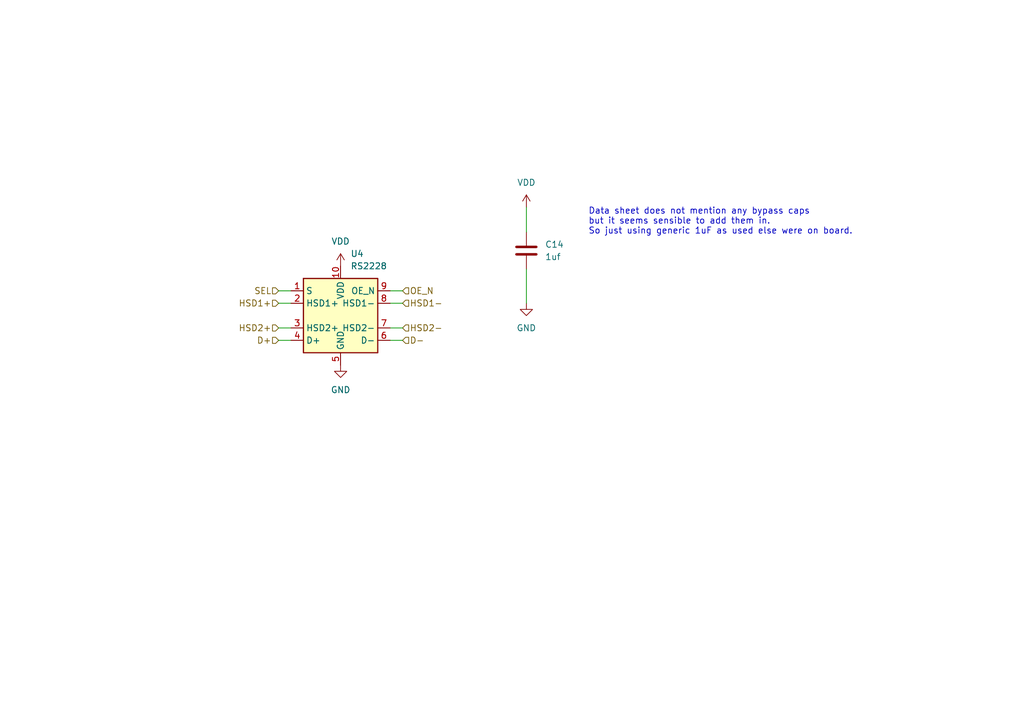
<source format=kicad_sch>
(kicad_sch (version 20211123) (generator eeschema)
  (paper "A5")
  (lib_symbols
    (symbol "Device:C" (pin_numbers hide) (pin_names (offset 0.254))
      (property "Reference" "C" (at 0.635 2.54 0))
      (property "Value" "C" (at 0.635 -2.54 0))
      (symbol "C_0_1"
        (polyline (pts (xy -2.032 -0.762) (xy 2.032 -0.762)) (stroke (width 0.508)))
        (polyline (pts (xy -2.032 0.762) (xy 2.032 0.762)) (stroke (width 0.508)))
      )
      (symbol "C_1_1"
        (pin passive line (at 0 3.81 270) (length 2.794) (name "~") (number "1"))
        (pin passive line (at 0 -3.81 90) (length 2.794) (name "~") (number "2"))
      )
    )
    (symbol "ct_components:RS2228"
      (property "Reference" "U" (at -6.35 8.89 0))
      (property "Value" "RS2228" (at 10.16 8.89 0))
      (symbol "RS2228_0_1"
        (rectangle (start 7.62 7.62) (end -7.62 -7.62) (stroke (width 0.254)) (fill (type background)))
      )
      (symbol "RS2228_1_1"
        (pin bidirectional line (at -10.16 5.08 0) (length 2.54) (name "S") (number "1"))
        (pin power_in line (at 0 10.16 270) (length 2.54) (name "VDD") (number "10"))
        (pin bidirectional line (at -10.16 2.54 0) (length 2.54) (name "HSD1+") (number "2"))
        (pin input line (at -10.16 -2.54 0) (length 2.54) (name "HSD2+") (number "3"))
        (pin input line (at -10.16 -5.08 0) (length 2.54) (name "D+") (number "4"))
        (pin power_in line (at 0 -10.16 90) (length 2.54) (name "GND") (number "5"))
        (pin bidirectional line (at 10.16 -5.08 180) (length 2.54) (name "D-") (number "6"))
        (pin bidirectional line (at 10.16 -2.54 180) (length 2.54) (name "HSD2-") (number "7"))
        (pin bidirectional line (at 10.16 2.54 180) (length 2.54) (name "HSD1-") (number "8"))
        (pin bidirectional line (at 10.16 5.08 180) (length 2.54) (name "OE_N") (number "9"))
      )
    )
    (symbol "power:GND" (power) (pin_names (offset 0))
      (property "Value" "GND" (at 0 -3.81 0))
      (symbol "GND_0_1"
        (polyline (pts (xy 0 0) (xy 0 -1.27) (xy 1.27 -1.27) (xy 0 -2.54) (xy -1.27 -1.27) (xy 0 -1.27)))
      )
      (symbol "GND_1_1"
        (pin power_in line (at 0 0 270) (length 0) hide (name "GND") (number "1"))
      )
    )
    (symbol "power:VDD" (power) (pin_names (offset 0))
      (property "Value" "VDD" (at 0 3.81 0))
      (symbol "VDD_0_1"
        (polyline (pts (xy -0.762 1.27) (xy 0 2.54)))
        (polyline (pts (xy 0 0) (xy 0 2.54)))
        (polyline (pts (xy 0 2.54) (xy 0.762 1.27)))
      )
      (symbol "VDD_1_1"
        (pin power_in line (at 0 0 90) (length 0) hide (name "VDD") (number "1"))
      )
    )
  )
  (wire (pts (xy 80.01 62.23) (xy 82.55 62.23)))
  (wire (pts (xy 57.15 59.69) (xy 59.69 59.69)))
  (wire (pts (xy 80.01 69.85) (xy 82.55 69.85)))
  (wire (pts (xy 107.95 42.545) (xy 107.95 47.625)))
  (wire (pts (xy 57.15 67.31) (xy 59.69 67.31)))
  (wire (pts (xy 57.15 62.23) (xy 59.69 62.23)))
  (wire (pts (xy 80.01 67.31) (xy 82.55 67.31)))
  (wire (pts (xy 80.01 59.69) (xy 82.55 59.69)))
  (wire (pts (xy 107.95 55.245) (xy 107.95 62.23)))
  (wire (pts (xy 57.15 69.85) (xy 59.69 69.85)))
  (text "Data sheet does not mention any bypass caps\nbut it seems sensible to add them in.\nSo just using generic 1uF as used else were on board." (at 120.65 48.26 0) (effects (font (size 1.27 1.27)) (justify left bottom)))
  (hierarchical_label "HSD1-" (shape input) (at 82.55 62.23 0))
  (hierarchical_label "HSD1+" (shape input) (at 57.15 62.23 180))
  (hierarchical_label "HSD2-" (shape input) (at 82.55 67.31 0))
  (hierarchical_label "HSD2+" (shape input) (at 57.15 67.31 180))
  (hierarchical_label "D+" (shape input) (at 57.15 69.85 180))
  (hierarchical_label "SEL" (shape input) (at 57.15 59.69 180))
  (hierarchical_label "D-" (shape input) (at 82.55 69.85 0))
  (hierarchical_label "OE_N" (shape input) (at 82.55 59.69 0))
  (symbol (lib_id "power:GND") (at 69.85 74.93 0) (unit 1)
    (property "Reference" "#PWR08" (effects hide))
    (property "Value" "GND" (at 69.85 80.01 0))
  )
  (symbol (lib_id "Device:C") (at 107.95 51.435 0) (unit 1)
    (property "Reference" "C14" (at 111.76 50.1649 0) (effects (justify left)))
    (property "Value" "1uf" (at 111.76 52.7049 0) (effects (justify left)))
    (property "Footprint" "Capacitor_SMD:C_0603_1608Metric_Pad1.08x0.95mm_HandSolder" (effects hide))
    (property "LCSC" "C15849" (effects hide))
  )
  (symbol (lib_id "ct_components:RS2228") (at 69.85 64.77 0) (unit 1)
    (property "Reference" "U4" (at 71.8694 52.07 0) (effects (justify left)))
    (property "Value" "RS2228" (at 71.8694 54.61 0) (effects (justify left)))
    (property "Footprint" "Package_SO:MSOP-10_3x3mm_P0.5mm" (effects hide))
    (property "Datasheet" "https://datasheet.lcsc.com/lcsc/2202251530_Jiangsu-RUNIC-Tech-RS2228XN_C783420.pdf" (effects hide))
    (property "LCSC" "C783420" (effects hide))
  )
  (symbol (lib_id "power:VDD") (at 69.85 54.61 0) (unit 1)
    (property "Reference" "#PWR07" (effects hide))
    (property "Value" "VDD" (at 69.85 49.53 0))
  )
  (symbol (lib_id "power:VDD") (at 107.95 42.545 0) (unit 1)
    (property "Reference" "#PWR0140" (effects hide))
    (property "Value" "VDD" (at 107.95 37.465 0))
  )
  (symbol (lib_id "power:GND") (at 107.95 62.23 0) (unit 1)
    (property "Reference" "#PWR0139" (effects hide))
    (property "Value" "GND" (at 107.95 67.31 0))
  )
)
</source>
